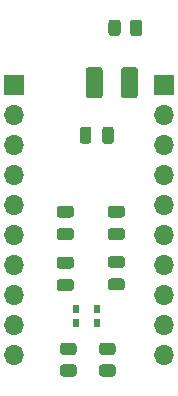
<source format=gbr>
%TF.GenerationSoftware,KiCad,Pcbnew,5.1.9-73d0e3b20d~88~ubuntu20.04.1*%
%TF.CreationDate,2021-07-12T22:59:01-04:00*%
%TF.ProjectId,stm32_breakout,73746d33-325f-4627-9265-616b6f75742e,rev?*%
%TF.SameCoordinates,Original*%
%TF.FileFunction,Soldermask,Bot*%
%TF.FilePolarity,Negative*%
%FSLAX46Y46*%
G04 Gerber Fmt 4.6, Leading zero omitted, Abs format (unit mm)*
G04 Created by KiCad (PCBNEW 5.1.9-73d0e3b20d~88~ubuntu20.04.1) date 2021-07-12 22:59:01*
%MOMM*%
%LPD*%
G01*
G04 APERTURE LIST*
%ADD10R,1.700000X1.700000*%
%ADD11O,1.700000X1.700000*%
%ADD12R,0.600000X0.800000*%
G04 APERTURE END LIST*
%TO.C,L1*%
G36*
G01*
X137020000Y-68590000D02*
X137020000Y-70740000D01*
G75*
G02*
X136770000Y-70990000I-250000J0D01*
G01*
X135845000Y-70990000D01*
G75*
G02*
X135595000Y-70740000I0J250000D01*
G01*
X135595000Y-68590000D01*
G75*
G02*
X135845000Y-68340000I250000J0D01*
G01*
X136770000Y-68340000D01*
G75*
G02*
X137020000Y-68590000I0J-250000D01*
G01*
G37*
G36*
G01*
X139995000Y-68590000D02*
X139995000Y-70740000D01*
G75*
G02*
X139745000Y-70990000I-250000J0D01*
G01*
X138820000Y-70990000D01*
G75*
G02*
X138570000Y-70740000I0J250000D01*
G01*
X138570000Y-68590000D01*
G75*
G02*
X138820000Y-68340000I250000J0D01*
G01*
X139745000Y-68340000D01*
G75*
G02*
X139995000Y-68590000I0J-250000D01*
G01*
G37*
%TD*%
D10*
%TO.C,J3*%
X129540000Y-69850000D03*
D11*
X129540000Y-72390000D03*
X129540000Y-74930000D03*
X129540000Y-77470000D03*
X129540000Y-80010000D03*
X129540000Y-82550000D03*
X129540000Y-85090000D03*
X129540000Y-87630000D03*
X129540000Y-90170000D03*
X129540000Y-92710000D03*
%TD*%
%TO.C,C2*%
G36*
G01*
X136075000Y-73635000D02*
X136075000Y-74585000D01*
G75*
G02*
X135825000Y-74835000I-250000J0D01*
G01*
X135325000Y-74835000D01*
G75*
G02*
X135075000Y-74585000I0J250000D01*
G01*
X135075000Y-73635000D01*
G75*
G02*
X135325000Y-73385000I250000J0D01*
G01*
X135825000Y-73385000D01*
G75*
G02*
X136075000Y-73635000I0J-250000D01*
G01*
G37*
G36*
G01*
X137975000Y-73635000D02*
X137975000Y-74585000D01*
G75*
G02*
X137725000Y-74835000I-250000J0D01*
G01*
X137225000Y-74835000D01*
G75*
G02*
X136975000Y-74585000I0J250000D01*
G01*
X136975000Y-73635000D01*
G75*
G02*
X137225000Y-73385000I250000J0D01*
G01*
X137725000Y-73385000D01*
G75*
G02*
X137975000Y-73635000I0J-250000D01*
G01*
G37*
%TD*%
D12*
%TO.C,U3*%
X136536000Y-90008000D03*
X136536000Y-88808000D03*
X134736000Y-88808000D03*
X134736000Y-90008000D03*
%TD*%
%TO.C,C3*%
G36*
G01*
X133383000Y-81984000D02*
X134333000Y-81984000D01*
G75*
G02*
X134583000Y-82234000I0J-250000D01*
G01*
X134583000Y-82734000D01*
G75*
G02*
X134333000Y-82984000I-250000J0D01*
G01*
X133383000Y-82984000D01*
G75*
G02*
X133133000Y-82734000I0J250000D01*
G01*
X133133000Y-82234000D01*
G75*
G02*
X133383000Y-81984000I250000J0D01*
G01*
G37*
G36*
G01*
X133383000Y-80084000D02*
X134333000Y-80084000D01*
G75*
G02*
X134583000Y-80334000I0J-250000D01*
G01*
X134583000Y-80834000D01*
G75*
G02*
X134333000Y-81084000I-250000J0D01*
G01*
X133383000Y-81084000D01*
G75*
G02*
X133133000Y-80834000I0J250000D01*
G01*
X133133000Y-80334000D01*
G75*
G02*
X133383000Y-80084000I250000J0D01*
G01*
G37*
%TD*%
%TO.C,C4*%
G36*
G01*
X137701000Y-81984000D02*
X138651000Y-81984000D01*
G75*
G02*
X138901000Y-82234000I0J-250000D01*
G01*
X138901000Y-82734000D01*
G75*
G02*
X138651000Y-82984000I-250000J0D01*
G01*
X137701000Y-82984000D01*
G75*
G02*
X137451000Y-82734000I0J250000D01*
G01*
X137451000Y-82234000D01*
G75*
G02*
X137701000Y-81984000I250000J0D01*
G01*
G37*
G36*
G01*
X137701000Y-80084000D02*
X138651000Y-80084000D01*
G75*
G02*
X138901000Y-80334000I0J-250000D01*
G01*
X138901000Y-80834000D01*
G75*
G02*
X138651000Y-81084000I-250000J0D01*
G01*
X137701000Y-81084000D01*
G75*
G02*
X137451000Y-80834000I0J250000D01*
G01*
X137451000Y-80334000D01*
G75*
G02*
X137701000Y-80084000I250000J0D01*
G01*
G37*
%TD*%
%TO.C,C5*%
G36*
G01*
X134333000Y-85402000D02*
X133383000Y-85402000D01*
G75*
G02*
X133133000Y-85152000I0J250000D01*
G01*
X133133000Y-84652000D01*
G75*
G02*
X133383000Y-84402000I250000J0D01*
G01*
X134333000Y-84402000D01*
G75*
G02*
X134583000Y-84652000I0J-250000D01*
G01*
X134583000Y-85152000D01*
G75*
G02*
X134333000Y-85402000I-250000J0D01*
G01*
G37*
G36*
G01*
X134333000Y-87302000D02*
X133383000Y-87302000D01*
G75*
G02*
X133133000Y-87052000I0J250000D01*
G01*
X133133000Y-86552000D01*
G75*
G02*
X133383000Y-86302000I250000J0D01*
G01*
X134333000Y-86302000D01*
G75*
G02*
X134583000Y-86552000I0J-250000D01*
G01*
X134583000Y-87052000D01*
G75*
G02*
X134333000Y-87302000I-250000J0D01*
G01*
G37*
%TD*%
%TO.C,C6*%
G36*
G01*
X138651000Y-87236000D02*
X137701000Y-87236000D01*
G75*
G02*
X137451000Y-86986000I0J250000D01*
G01*
X137451000Y-86486000D01*
G75*
G02*
X137701000Y-86236000I250000J0D01*
G01*
X138651000Y-86236000D01*
G75*
G02*
X138901000Y-86486000I0J-250000D01*
G01*
X138901000Y-86986000D01*
G75*
G02*
X138651000Y-87236000I-250000J0D01*
G01*
G37*
G36*
G01*
X138651000Y-85336000D02*
X137701000Y-85336000D01*
G75*
G02*
X137451000Y-85086000I0J250000D01*
G01*
X137451000Y-84586000D01*
G75*
G02*
X137701000Y-84336000I250000J0D01*
G01*
X138651000Y-84336000D01*
G75*
G02*
X138901000Y-84586000I0J-250000D01*
G01*
X138901000Y-85086000D01*
G75*
G02*
X138651000Y-85336000I-250000J0D01*
G01*
G37*
%TD*%
D11*
%TO.C,J2*%
X142240000Y-92710000D03*
X142240000Y-90170000D03*
X142240000Y-87630000D03*
X142240000Y-85090000D03*
X142240000Y-82550000D03*
X142240000Y-80010000D03*
X142240000Y-77470000D03*
X142240000Y-74930000D03*
X142240000Y-72390000D03*
D10*
X142240000Y-69850000D03*
%TD*%
%TO.C,R1*%
G36*
G01*
X140363000Y-64573999D02*
X140363000Y-65474001D01*
G75*
G02*
X140113001Y-65724000I-249999J0D01*
G01*
X139587999Y-65724000D01*
G75*
G02*
X139338000Y-65474001I0J249999D01*
G01*
X139338000Y-64573999D01*
G75*
G02*
X139587999Y-64324000I249999J0D01*
G01*
X140113001Y-64324000D01*
G75*
G02*
X140363000Y-64573999I0J-249999D01*
G01*
G37*
G36*
G01*
X138538000Y-64573999D02*
X138538000Y-65474001D01*
G75*
G02*
X138288001Y-65724000I-249999J0D01*
G01*
X137762999Y-65724000D01*
G75*
G02*
X137513000Y-65474001I0J249999D01*
G01*
X137513000Y-64573999D01*
G75*
G02*
X137762999Y-64324000I249999J0D01*
G01*
X138288001Y-64324000D01*
G75*
G02*
X138538000Y-64573999I0J-249999D01*
G01*
G37*
%TD*%
%TO.C,R2*%
G36*
G01*
X137864001Y-94539500D02*
X136963999Y-94539500D01*
G75*
G02*
X136714000Y-94289501I0J249999D01*
G01*
X136714000Y-93764499D01*
G75*
G02*
X136963999Y-93514500I249999J0D01*
G01*
X137864001Y-93514500D01*
G75*
G02*
X138114000Y-93764499I0J-249999D01*
G01*
X138114000Y-94289501D01*
G75*
G02*
X137864001Y-94539500I-249999J0D01*
G01*
G37*
G36*
G01*
X137864001Y-92714500D02*
X136963999Y-92714500D01*
G75*
G02*
X136714000Y-92464501I0J249999D01*
G01*
X136714000Y-91939499D01*
G75*
G02*
X136963999Y-91689500I249999J0D01*
G01*
X137864001Y-91689500D01*
G75*
G02*
X138114000Y-91939499I0J-249999D01*
G01*
X138114000Y-92464501D01*
G75*
G02*
X137864001Y-92714500I-249999J0D01*
G01*
G37*
%TD*%
%TO.C,R3*%
G36*
G01*
X133661999Y-93514500D02*
X134562001Y-93514500D01*
G75*
G02*
X134812000Y-93764499I0J-249999D01*
G01*
X134812000Y-94289501D01*
G75*
G02*
X134562001Y-94539500I-249999J0D01*
G01*
X133661999Y-94539500D01*
G75*
G02*
X133412000Y-94289501I0J249999D01*
G01*
X133412000Y-93764499D01*
G75*
G02*
X133661999Y-93514500I249999J0D01*
G01*
G37*
G36*
G01*
X133661999Y-91689500D02*
X134562001Y-91689500D01*
G75*
G02*
X134812000Y-91939499I0J-249999D01*
G01*
X134812000Y-92464501D01*
G75*
G02*
X134562001Y-92714500I-249999J0D01*
G01*
X133661999Y-92714500D01*
G75*
G02*
X133412000Y-92464501I0J249999D01*
G01*
X133412000Y-91939499D01*
G75*
G02*
X133661999Y-91689500I249999J0D01*
G01*
G37*
%TD*%
M02*

</source>
